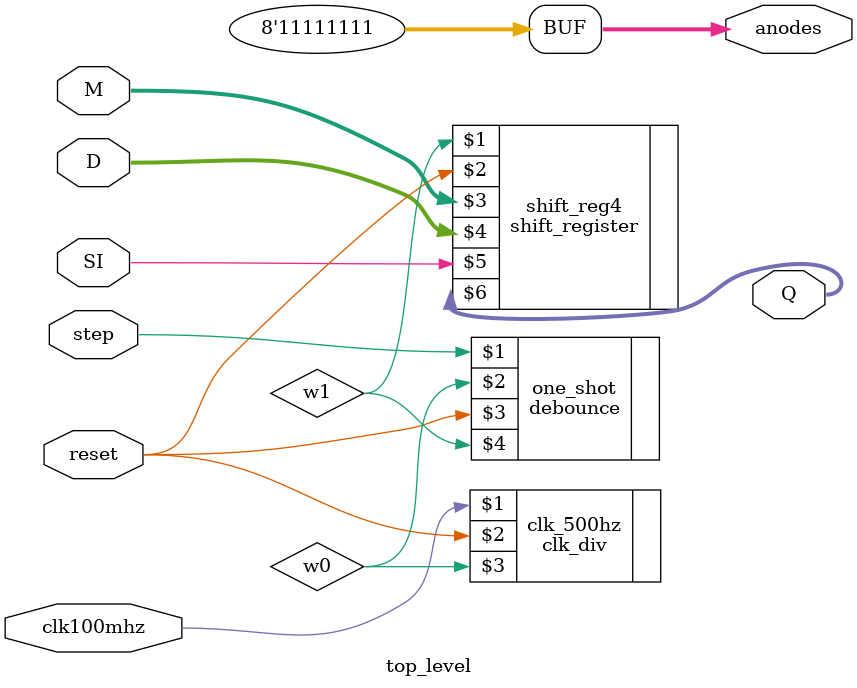
<source format=v>
`timescale 1ns / 1ps

/**************************************************************
*
* Author: 		A. Paguio
* Email: 		anthony.paguio@student.csulb.edu
* Filename: 	top_level.v
* Date: 			February 13, 2019
* Version: 		1
* 
* Description: The purpose of the Top Level module is to
* 					instantiate all the other modules (aside from 
*					the d_ff and the mux_4to1).
*
***************************************************************/

module top_level(clk100mhz, reset, SI, M, D, Q, anodes, step);
	input clk100mhz, reset, SI, step;
	input [1:0] M;
	input [3:0] D;
	
	output [3:0] Q;
	output [7:0] anodes; 
	wire w0, w1;
	
	clk_div clk_500hz(clk100mhz, reset, w0);
	debounce one_shot(step, w0, reset, w1);
	shift_register shift_reg4(w1, reset, M, D, SI, Q);
	assign anodes = 8'hff;


endmodule

</source>
